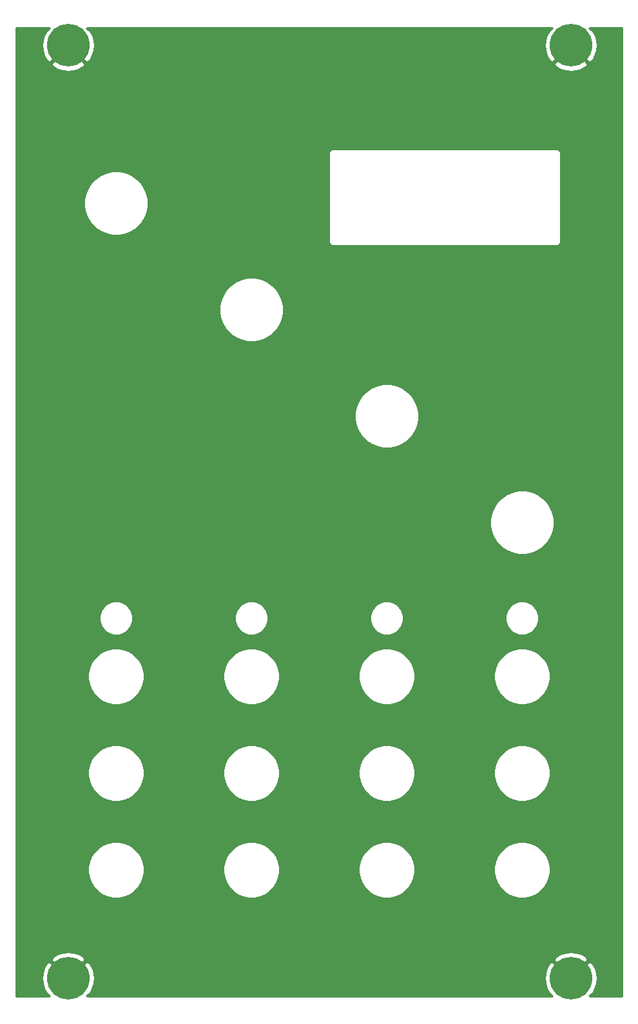
<source format=gbr>
G04 #@! TF.GenerationSoftware,KiCad,Pcbnew,5.1.6-c6e7f7d~87~ubuntu18.04.1*
G04 #@! TF.CreationDate,2020-08-19T11:01:40-04:00*
G04 #@! TF.ProjectId,qual_ADSR_front_panel,7175616c-5f41-4445-9352-5f66726f6e74,0*
G04 #@! TF.SameCoordinates,Original*
G04 #@! TF.FileFunction,Copper,L2,Bot*
G04 #@! TF.FilePolarity,Positive*
%FSLAX46Y46*%
G04 Gerber Fmt 4.6, Leading zero omitted, Abs format (unit mm)*
G04 Created by KiCad (PCBNEW 5.1.6-c6e7f7d~87~ubuntu18.04.1) date 2020-08-19 11:01:40*
%MOMM*%
%LPD*%
G01*
G04 APERTURE LIST*
G04 #@! TA.AperFunction,ComponentPad*
%ADD10C,5.600000*%
G04 #@! TD*
G04 #@! TA.AperFunction,Conductor*
%ADD11C,0.254000*%
G04 #@! TD*
G04 APERTURE END LIST*
D10*
X73540000Y-125500000D03*
X73540000Y-3000000D03*
X7500000Y-125500000D03*
X7500000Y-3000000D03*
D11*
G36*
X5083517Y-763125D02*
G01*
X4634823Y-1075308D01*
X4314388Y-1671259D01*
X4116374Y-2318273D01*
X4048390Y-2991484D01*
X4113051Y-3665023D01*
X4307870Y-4313006D01*
X4625361Y-4910530D01*
X4634823Y-4924692D01*
X5083519Y-5236876D01*
X7320395Y-3000000D01*
X7306253Y-2985858D01*
X7485858Y-2806253D01*
X7500000Y-2820395D01*
X7514143Y-2806253D01*
X7693748Y-2985858D01*
X7679605Y-3000000D01*
X9916481Y-5236876D01*
X10365177Y-4924692D01*
X10685612Y-4328741D01*
X10883626Y-3681727D01*
X10951610Y-3008516D01*
X10886949Y-2334977D01*
X10692130Y-1686994D01*
X10374639Y-1089470D01*
X10365177Y-1075308D01*
X9916483Y-763125D01*
X10019608Y-660000D01*
X71020392Y-660000D01*
X71123517Y-763125D01*
X70674823Y-1075308D01*
X70354388Y-1671259D01*
X70156374Y-2318273D01*
X70088390Y-2991484D01*
X70153051Y-3665023D01*
X70347870Y-4313006D01*
X70665361Y-4910530D01*
X70674823Y-4924692D01*
X71123519Y-5236876D01*
X73360395Y-3000000D01*
X73346253Y-2985858D01*
X73525858Y-2806253D01*
X73540000Y-2820395D01*
X73554143Y-2806253D01*
X73733748Y-2985858D01*
X73719605Y-3000000D01*
X75956481Y-5236876D01*
X76405177Y-4924692D01*
X76725612Y-4328741D01*
X76923626Y-3681727D01*
X76991610Y-3008516D01*
X76926949Y-2334977D01*
X76732130Y-1686994D01*
X76414639Y-1089470D01*
X76405177Y-1075308D01*
X75956483Y-763125D01*
X76059608Y-660000D01*
X80240000Y-660000D01*
X80240001Y-127840000D01*
X76059608Y-127840000D01*
X75956483Y-127736875D01*
X76405177Y-127424692D01*
X76725612Y-126828741D01*
X76923626Y-126181727D01*
X76991610Y-125508516D01*
X76926949Y-124834977D01*
X76732130Y-124186994D01*
X76414639Y-123589470D01*
X76405177Y-123575308D01*
X75956481Y-123263124D01*
X73719605Y-125500000D01*
X73733748Y-125514143D01*
X73554143Y-125693748D01*
X73540000Y-125679605D01*
X73525858Y-125693748D01*
X73346253Y-125514143D01*
X73360395Y-125500000D01*
X71123519Y-123263124D01*
X70674823Y-123575308D01*
X70354388Y-124171259D01*
X70156374Y-124818273D01*
X70088390Y-125491484D01*
X70153051Y-126165023D01*
X70347870Y-126813006D01*
X70665361Y-127410530D01*
X70674823Y-127424692D01*
X71123517Y-127736875D01*
X71020392Y-127840000D01*
X10019608Y-127840000D01*
X9916483Y-127736875D01*
X10365177Y-127424692D01*
X10685612Y-126828741D01*
X10883626Y-126181727D01*
X10951610Y-125508516D01*
X10886949Y-124834977D01*
X10692130Y-124186994D01*
X10374639Y-123589470D01*
X10365177Y-123575308D01*
X9916481Y-123263124D01*
X7679605Y-125500000D01*
X7693748Y-125514143D01*
X7514143Y-125693748D01*
X7500000Y-125679605D01*
X7485858Y-125693748D01*
X7306253Y-125514143D01*
X7320395Y-125500000D01*
X5083519Y-123263124D01*
X4634823Y-123575308D01*
X4314388Y-124171259D01*
X4116374Y-124818273D01*
X4048390Y-125491484D01*
X4113051Y-126165023D01*
X4307870Y-126813006D01*
X4625361Y-127410530D01*
X4634823Y-127424692D01*
X5083517Y-127736875D01*
X4980392Y-127840000D01*
X660000Y-127840000D01*
X660000Y-123083519D01*
X5263124Y-123083519D01*
X7500000Y-125320395D01*
X9736876Y-123083519D01*
X71303124Y-123083519D01*
X73540000Y-125320395D01*
X75776876Y-123083519D01*
X75464692Y-122634823D01*
X74868741Y-122314388D01*
X74221727Y-122116374D01*
X73548516Y-122048390D01*
X72874977Y-122113051D01*
X72226994Y-122307870D01*
X71629470Y-122625361D01*
X71615308Y-122634823D01*
X71303124Y-123083519D01*
X9736876Y-123083519D01*
X9424692Y-122634823D01*
X8828741Y-122314388D01*
X8181727Y-122116374D01*
X7508516Y-122048390D01*
X6834977Y-122113051D01*
X6186994Y-122307870D01*
X5589470Y-122625361D01*
X5575308Y-122634823D01*
X5263124Y-123083519D01*
X660000Y-123083519D01*
X660000Y-110874396D01*
X10067961Y-110874396D01*
X10067961Y-111605604D01*
X10210613Y-112322762D01*
X10490434Y-112998310D01*
X10896671Y-113606287D01*
X11413713Y-114123329D01*
X12021690Y-114529566D01*
X12697238Y-114809387D01*
X13414396Y-114952039D01*
X14145604Y-114952039D01*
X14862762Y-114809387D01*
X15538310Y-114529566D01*
X16146287Y-114123329D01*
X16663329Y-113606287D01*
X17069566Y-112998310D01*
X17349387Y-112322762D01*
X17492039Y-111605604D01*
X17492039Y-110874396D01*
X27847961Y-110874396D01*
X27847961Y-111605604D01*
X27990613Y-112322762D01*
X28270434Y-112998310D01*
X28676671Y-113606287D01*
X29193713Y-114123329D01*
X29801690Y-114529566D01*
X30477238Y-114809387D01*
X31194396Y-114952039D01*
X31925604Y-114952039D01*
X32642762Y-114809387D01*
X33318310Y-114529566D01*
X33926287Y-114123329D01*
X34443329Y-113606287D01*
X34849566Y-112998310D01*
X35129387Y-112322762D01*
X35272039Y-111605604D01*
X35272039Y-110874396D01*
X45627961Y-110874396D01*
X45627961Y-111605604D01*
X45770613Y-112322762D01*
X46050434Y-112998310D01*
X46456671Y-113606287D01*
X46973713Y-114123329D01*
X47581690Y-114529566D01*
X48257238Y-114809387D01*
X48974396Y-114952039D01*
X49705604Y-114952039D01*
X50422762Y-114809387D01*
X51098310Y-114529566D01*
X51706287Y-114123329D01*
X52223329Y-113606287D01*
X52629566Y-112998310D01*
X52909387Y-112322762D01*
X53052039Y-111605604D01*
X53052039Y-110874396D01*
X63407961Y-110874396D01*
X63407961Y-111605604D01*
X63550613Y-112322762D01*
X63830434Y-112998310D01*
X64236671Y-113606287D01*
X64753713Y-114123329D01*
X65361690Y-114529566D01*
X66037238Y-114809387D01*
X66754396Y-114952039D01*
X67485604Y-114952039D01*
X68202762Y-114809387D01*
X68878310Y-114529566D01*
X69486287Y-114123329D01*
X70003329Y-113606287D01*
X70409566Y-112998310D01*
X70689387Y-112322762D01*
X70832039Y-111605604D01*
X70832039Y-110874396D01*
X70689387Y-110157238D01*
X70409566Y-109481690D01*
X70003329Y-108873713D01*
X69486287Y-108356671D01*
X68878310Y-107950434D01*
X68202762Y-107670613D01*
X67485604Y-107527961D01*
X66754396Y-107527961D01*
X66037238Y-107670613D01*
X65361690Y-107950434D01*
X64753713Y-108356671D01*
X64236671Y-108873713D01*
X63830434Y-109481690D01*
X63550613Y-110157238D01*
X63407961Y-110874396D01*
X53052039Y-110874396D01*
X52909387Y-110157238D01*
X52629566Y-109481690D01*
X52223329Y-108873713D01*
X51706287Y-108356671D01*
X51098310Y-107950434D01*
X50422762Y-107670613D01*
X49705604Y-107527961D01*
X48974396Y-107527961D01*
X48257238Y-107670613D01*
X47581690Y-107950434D01*
X46973713Y-108356671D01*
X46456671Y-108873713D01*
X46050434Y-109481690D01*
X45770613Y-110157238D01*
X45627961Y-110874396D01*
X35272039Y-110874396D01*
X35129387Y-110157238D01*
X34849566Y-109481690D01*
X34443329Y-108873713D01*
X33926287Y-108356671D01*
X33318310Y-107950434D01*
X32642762Y-107670613D01*
X31925604Y-107527961D01*
X31194396Y-107527961D01*
X30477238Y-107670613D01*
X29801690Y-107950434D01*
X29193713Y-108356671D01*
X28676671Y-108873713D01*
X28270434Y-109481690D01*
X27990613Y-110157238D01*
X27847961Y-110874396D01*
X17492039Y-110874396D01*
X17349387Y-110157238D01*
X17069566Y-109481690D01*
X16663329Y-108873713D01*
X16146287Y-108356671D01*
X15538310Y-107950434D01*
X14862762Y-107670613D01*
X14145604Y-107527961D01*
X13414396Y-107527961D01*
X12697238Y-107670613D01*
X12021690Y-107950434D01*
X11413713Y-108356671D01*
X10896671Y-108873713D01*
X10490434Y-109481690D01*
X10210613Y-110157238D01*
X10067961Y-110874396D01*
X660000Y-110874396D01*
X660000Y-98174396D01*
X10067961Y-98174396D01*
X10067961Y-98905604D01*
X10210613Y-99622762D01*
X10490434Y-100298310D01*
X10896671Y-100906287D01*
X11413713Y-101423329D01*
X12021690Y-101829566D01*
X12697238Y-102109387D01*
X13414396Y-102252039D01*
X14145604Y-102252039D01*
X14862762Y-102109387D01*
X15538310Y-101829566D01*
X16146287Y-101423329D01*
X16663329Y-100906287D01*
X17069566Y-100298310D01*
X17349387Y-99622762D01*
X17492039Y-98905604D01*
X17492039Y-98174396D01*
X27847961Y-98174396D01*
X27847961Y-98905604D01*
X27990613Y-99622762D01*
X28270434Y-100298310D01*
X28676671Y-100906287D01*
X29193713Y-101423329D01*
X29801690Y-101829566D01*
X30477238Y-102109387D01*
X31194396Y-102252039D01*
X31925604Y-102252039D01*
X32642762Y-102109387D01*
X33318310Y-101829566D01*
X33926287Y-101423329D01*
X34443329Y-100906287D01*
X34849566Y-100298310D01*
X35129387Y-99622762D01*
X35272039Y-98905604D01*
X35272039Y-98174396D01*
X45627961Y-98174396D01*
X45627961Y-98905604D01*
X45770613Y-99622762D01*
X46050434Y-100298310D01*
X46456671Y-100906287D01*
X46973713Y-101423329D01*
X47581690Y-101829566D01*
X48257238Y-102109387D01*
X48974396Y-102252039D01*
X49705604Y-102252039D01*
X50422762Y-102109387D01*
X51098310Y-101829566D01*
X51706287Y-101423329D01*
X52223329Y-100906287D01*
X52629566Y-100298310D01*
X52909387Y-99622762D01*
X53052039Y-98905604D01*
X53052039Y-98174396D01*
X63407961Y-98174396D01*
X63407961Y-98905604D01*
X63550613Y-99622762D01*
X63830434Y-100298310D01*
X64236671Y-100906287D01*
X64753713Y-101423329D01*
X65361690Y-101829566D01*
X66037238Y-102109387D01*
X66754396Y-102252039D01*
X67485604Y-102252039D01*
X68202762Y-102109387D01*
X68878310Y-101829566D01*
X69486287Y-101423329D01*
X70003329Y-100906287D01*
X70409566Y-100298310D01*
X70689387Y-99622762D01*
X70832039Y-98905604D01*
X70832039Y-98174396D01*
X70689387Y-97457238D01*
X70409566Y-96781690D01*
X70003329Y-96173713D01*
X69486287Y-95656671D01*
X68878310Y-95250434D01*
X68202762Y-94970613D01*
X67485604Y-94827961D01*
X66754396Y-94827961D01*
X66037238Y-94970613D01*
X65361690Y-95250434D01*
X64753713Y-95656671D01*
X64236671Y-96173713D01*
X63830434Y-96781690D01*
X63550613Y-97457238D01*
X63407961Y-98174396D01*
X53052039Y-98174396D01*
X52909387Y-97457238D01*
X52629566Y-96781690D01*
X52223329Y-96173713D01*
X51706287Y-95656671D01*
X51098310Y-95250434D01*
X50422762Y-94970613D01*
X49705604Y-94827961D01*
X48974396Y-94827961D01*
X48257238Y-94970613D01*
X47581690Y-95250434D01*
X46973713Y-95656671D01*
X46456671Y-96173713D01*
X46050434Y-96781690D01*
X45770613Y-97457238D01*
X45627961Y-98174396D01*
X35272039Y-98174396D01*
X35129387Y-97457238D01*
X34849566Y-96781690D01*
X34443329Y-96173713D01*
X33926287Y-95656671D01*
X33318310Y-95250434D01*
X32642762Y-94970613D01*
X31925604Y-94827961D01*
X31194396Y-94827961D01*
X30477238Y-94970613D01*
X29801690Y-95250434D01*
X29193713Y-95656671D01*
X28676671Y-96173713D01*
X28270434Y-96781690D01*
X27990613Y-97457238D01*
X27847961Y-98174396D01*
X17492039Y-98174396D01*
X17349387Y-97457238D01*
X17069566Y-96781690D01*
X16663329Y-96173713D01*
X16146287Y-95656671D01*
X15538310Y-95250434D01*
X14862762Y-94970613D01*
X14145604Y-94827961D01*
X13414396Y-94827961D01*
X12697238Y-94970613D01*
X12021690Y-95250434D01*
X11413713Y-95656671D01*
X10896671Y-96173713D01*
X10490434Y-96781690D01*
X10210613Y-97457238D01*
X10067961Y-98174396D01*
X660000Y-98174396D01*
X660000Y-85474396D01*
X10067961Y-85474396D01*
X10067961Y-86205604D01*
X10210613Y-86922762D01*
X10490434Y-87598310D01*
X10896671Y-88206287D01*
X11413713Y-88723329D01*
X12021690Y-89129566D01*
X12697238Y-89409387D01*
X13414396Y-89552039D01*
X14145604Y-89552039D01*
X14862762Y-89409387D01*
X15538310Y-89129566D01*
X16146287Y-88723329D01*
X16663329Y-88206287D01*
X17069566Y-87598310D01*
X17349387Y-86922762D01*
X17492039Y-86205604D01*
X17492039Y-85474396D01*
X27847961Y-85474396D01*
X27847961Y-86205604D01*
X27990613Y-86922762D01*
X28270434Y-87598310D01*
X28676671Y-88206287D01*
X29193713Y-88723329D01*
X29801690Y-89129566D01*
X30477238Y-89409387D01*
X31194396Y-89552039D01*
X31925604Y-89552039D01*
X32642762Y-89409387D01*
X33318310Y-89129566D01*
X33926287Y-88723329D01*
X34443329Y-88206287D01*
X34849566Y-87598310D01*
X35129387Y-86922762D01*
X35272039Y-86205604D01*
X35272039Y-85474396D01*
X45627961Y-85474396D01*
X45627961Y-86205604D01*
X45770613Y-86922762D01*
X46050434Y-87598310D01*
X46456671Y-88206287D01*
X46973713Y-88723329D01*
X47581690Y-89129566D01*
X48257238Y-89409387D01*
X48974396Y-89552039D01*
X49705604Y-89552039D01*
X50422762Y-89409387D01*
X51098310Y-89129566D01*
X51706287Y-88723329D01*
X52223329Y-88206287D01*
X52629566Y-87598310D01*
X52909387Y-86922762D01*
X53052039Y-86205604D01*
X53052039Y-85474396D01*
X63407961Y-85474396D01*
X63407961Y-86205604D01*
X63550613Y-86922762D01*
X63830434Y-87598310D01*
X64236671Y-88206287D01*
X64753713Y-88723329D01*
X65361690Y-89129566D01*
X66037238Y-89409387D01*
X66754396Y-89552039D01*
X67485604Y-89552039D01*
X68202762Y-89409387D01*
X68878310Y-89129566D01*
X69486287Y-88723329D01*
X70003329Y-88206287D01*
X70409566Y-87598310D01*
X70689387Y-86922762D01*
X70832039Y-86205604D01*
X70832039Y-85474396D01*
X70689387Y-84757238D01*
X70409566Y-84081690D01*
X70003329Y-83473713D01*
X69486287Y-82956671D01*
X68878310Y-82550434D01*
X68202762Y-82270613D01*
X67485604Y-82127961D01*
X66754396Y-82127961D01*
X66037238Y-82270613D01*
X65361690Y-82550434D01*
X64753713Y-82956671D01*
X64236671Y-83473713D01*
X63830434Y-84081690D01*
X63550613Y-84757238D01*
X63407961Y-85474396D01*
X53052039Y-85474396D01*
X52909387Y-84757238D01*
X52629566Y-84081690D01*
X52223329Y-83473713D01*
X51706287Y-82956671D01*
X51098310Y-82550434D01*
X50422762Y-82270613D01*
X49705604Y-82127961D01*
X48974396Y-82127961D01*
X48257238Y-82270613D01*
X47581690Y-82550434D01*
X46973713Y-82956671D01*
X46456671Y-83473713D01*
X46050434Y-84081690D01*
X45770613Y-84757238D01*
X45627961Y-85474396D01*
X35272039Y-85474396D01*
X35129387Y-84757238D01*
X34849566Y-84081690D01*
X34443329Y-83473713D01*
X33926287Y-82956671D01*
X33318310Y-82550434D01*
X32642762Y-82270613D01*
X31925604Y-82127961D01*
X31194396Y-82127961D01*
X30477238Y-82270613D01*
X29801690Y-82550434D01*
X29193713Y-82956671D01*
X28676671Y-83473713D01*
X28270434Y-84081690D01*
X27990613Y-84757238D01*
X27847961Y-85474396D01*
X17492039Y-85474396D01*
X17349387Y-84757238D01*
X17069566Y-84081690D01*
X16663329Y-83473713D01*
X16146287Y-82956671D01*
X15538310Y-82550434D01*
X14862762Y-82270613D01*
X14145604Y-82127961D01*
X13414396Y-82127961D01*
X12697238Y-82270613D01*
X12021690Y-82550434D01*
X11413713Y-82956671D01*
X10896671Y-83473713D01*
X10490434Y-84081690D01*
X10210613Y-84757238D01*
X10067961Y-85474396D01*
X660000Y-85474396D01*
X660000Y-78001422D01*
X11560738Y-78001422D01*
X11560738Y-78438578D01*
X11646023Y-78867335D01*
X11813316Y-79271215D01*
X12056187Y-79634697D01*
X12365303Y-79943813D01*
X12728785Y-80186684D01*
X13132665Y-80353977D01*
X13561422Y-80439262D01*
X13998578Y-80439262D01*
X14427335Y-80353977D01*
X14831215Y-80186684D01*
X15194697Y-79943813D01*
X15503813Y-79634697D01*
X15746684Y-79271215D01*
X15913977Y-78867335D01*
X15999262Y-78438578D01*
X15999262Y-78001422D01*
X29340738Y-78001422D01*
X29340738Y-78438578D01*
X29426023Y-78867335D01*
X29593316Y-79271215D01*
X29836187Y-79634697D01*
X30145303Y-79943813D01*
X30508785Y-80186684D01*
X30912665Y-80353977D01*
X31341422Y-80439262D01*
X31778578Y-80439262D01*
X32207335Y-80353977D01*
X32611215Y-80186684D01*
X32974697Y-79943813D01*
X33283813Y-79634697D01*
X33526684Y-79271215D01*
X33693977Y-78867335D01*
X33779262Y-78438578D01*
X33779262Y-78001422D01*
X47120738Y-78001422D01*
X47120738Y-78438578D01*
X47206023Y-78867335D01*
X47373316Y-79271215D01*
X47616187Y-79634697D01*
X47925303Y-79943813D01*
X48288785Y-80186684D01*
X48692665Y-80353977D01*
X49121422Y-80439262D01*
X49558578Y-80439262D01*
X49987335Y-80353977D01*
X50391215Y-80186684D01*
X50754697Y-79943813D01*
X51063813Y-79634697D01*
X51306684Y-79271215D01*
X51473977Y-78867335D01*
X51559262Y-78438578D01*
X51559262Y-78001422D01*
X64900738Y-78001422D01*
X64900738Y-78438578D01*
X64986023Y-78867335D01*
X65153316Y-79271215D01*
X65396187Y-79634697D01*
X65705303Y-79943813D01*
X66068785Y-80186684D01*
X66472665Y-80353977D01*
X66901422Y-80439262D01*
X67338578Y-80439262D01*
X67767335Y-80353977D01*
X68171215Y-80186684D01*
X68534697Y-79943813D01*
X68843813Y-79634697D01*
X69086684Y-79271215D01*
X69253977Y-78867335D01*
X69339262Y-78438578D01*
X69339262Y-78001422D01*
X69253977Y-77572665D01*
X69086684Y-77168785D01*
X68843813Y-76805303D01*
X68534697Y-76496187D01*
X68171215Y-76253316D01*
X67767335Y-76086023D01*
X67338578Y-76000738D01*
X66901422Y-76000738D01*
X66472665Y-76086023D01*
X66068785Y-76253316D01*
X65705303Y-76496187D01*
X65396187Y-76805303D01*
X65153316Y-77168785D01*
X64986023Y-77572665D01*
X64900738Y-78001422D01*
X51559262Y-78001422D01*
X51473977Y-77572665D01*
X51306684Y-77168785D01*
X51063813Y-76805303D01*
X50754697Y-76496187D01*
X50391215Y-76253316D01*
X49987335Y-76086023D01*
X49558578Y-76000738D01*
X49121422Y-76000738D01*
X48692665Y-76086023D01*
X48288785Y-76253316D01*
X47925303Y-76496187D01*
X47616187Y-76805303D01*
X47373316Y-77168785D01*
X47206023Y-77572665D01*
X47120738Y-78001422D01*
X33779262Y-78001422D01*
X33693977Y-77572665D01*
X33526684Y-77168785D01*
X33283813Y-76805303D01*
X32974697Y-76496187D01*
X32611215Y-76253316D01*
X32207335Y-76086023D01*
X31778578Y-76000738D01*
X31341422Y-76000738D01*
X30912665Y-76086023D01*
X30508785Y-76253316D01*
X30145303Y-76496187D01*
X29836187Y-76805303D01*
X29593316Y-77168785D01*
X29426023Y-77572665D01*
X29340738Y-78001422D01*
X15999262Y-78001422D01*
X15913977Y-77572665D01*
X15746684Y-77168785D01*
X15503813Y-76805303D01*
X15194697Y-76496187D01*
X14831215Y-76253316D01*
X14427335Y-76086023D01*
X13998578Y-76000738D01*
X13561422Y-76000738D01*
X13132665Y-76086023D01*
X12728785Y-76253316D01*
X12365303Y-76496187D01*
X12056187Y-76805303D01*
X11813316Y-77168785D01*
X11646023Y-77572665D01*
X11560738Y-78001422D01*
X660000Y-78001422D01*
X660000Y-65232387D01*
X62910369Y-65232387D01*
X62910369Y-66061613D01*
X63072142Y-66874904D01*
X63389473Y-67641008D01*
X63850166Y-68330484D01*
X64436516Y-68916834D01*
X65125992Y-69377527D01*
X65892096Y-69694858D01*
X66705387Y-69856631D01*
X67534613Y-69856631D01*
X68347904Y-69694858D01*
X69114008Y-69377527D01*
X69803484Y-68916834D01*
X70389834Y-68330484D01*
X70850527Y-67641008D01*
X71167858Y-66874904D01*
X71329631Y-66061613D01*
X71329631Y-65232387D01*
X71167858Y-64419096D01*
X70850527Y-63652992D01*
X70389834Y-62963516D01*
X69803484Y-62377166D01*
X69114008Y-61916473D01*
X68347904Y-61599142D01*
X67534613Y-61437369D01*
X66705387Y-61437369D01*
X65892096Y-61599142D01*
X65125992Y-61916473D01*
X64436516Y-62377166D01*
X63850166Y-62963516D01*
X63389473Y-63652992D01*
X63072142Y-64419096D01*
X62910369Y-65232387D01*
X660000Y-65232387D01*
X660000Y-51262387D01*
X45130369Y-51262387D01*
X45130369Y-52091613D01*
X45292142Y-52904904D01*
X45609473Y-53671008D01*
X46070166Y-54360484D01*
X46656516Y-54946834D01*
X47345992Y-55407527D01*
X48112096Y-55724858D01*
X48925387Y-55886631D01*
X49754613Y-55886631D01*
X50567904Y-55724858D01*
X51334008Y-55407527D01*
X52023484Y-54946834D01*
X52609834Y-54360484D01*
X53070527Y-53671008D01*
X53387858Y-52904904D01*
X53549631Y-52091613D01*
X53549631Y-51262387D01*
X53387858Y-50449096D01*
X53070527Y-49682992D01*
X52609834Y-48993516D01*
X52023484Y-48407166D01*
X51334008Y-47946473D01*
X50567904Y-47629142D01*
X49754613Y-47467369D01*
X48925387Y-47467369D01*
X48112096Y-47629142D01*
X47345992Y-47946473D01*
X46656516Y-48407166D01*
X46070166Y-48993516D01*
X45609473Y-49682992D01*
X45292142Y-50449096D01*
X45130369Y-51262387D01*
X660000Y-51262387D01*
X660000Y-37292387D01*
X27350369Y-37292387D01*
X27350369Y-38121613D01*
X27512142Y-38934904D01*
X27829473Y-39701008D01*
X28290166Y-40390484D01*
X28876516Y-40976834D01*
X29565992Y-41437527D01*
X30332096Y-41754858D01*
X31145387Y-41916631D01*
X31974613Y-41916631D01*
X32787904Y-41754858D01*
X33554008Y-41437527D01*
X34243484Y-40976834D01*
X34829834Y-40390484D01*
X35290527Y-39701008D01*
X35607858Y-38934904D01*
X35769631Y-38121613D01*
X35769631Y-37292387D01*
X35607858Y-36479096D01*
X35290527Y-35712992D01*
X34829834Y-35023516D01*
X34243484Y-34437166D01*
X33554008Y-33976473D01*
X32787904Y-33659142D01*
X31974613Y-33497369D01*
X31145387Y-33497369D01*
X30332096Y-33659142D01*
X29565992Y-33976473D01*
X28876516Y-34437166D01*
X28290166Y-35023516D01*
X27829473Y-35712992D01*
X27512142Y-36479096D01*
X27350369Y-37292387D01*
X660000Y-37292387D01*
X660000Y-23322387D01*
X9570369Y-23322387D01*
X9570369Y-24151613D01*
X9732142Y-24964904D01*
X10049473Y-25731008D01*
X10510166Y-26420484D01*
X11096516Y-27006834D01*
X11785992Y-27467527D01*
X12552096Y-27784858D01*
X13365387Y-27946631D01*
X14194613Y-27946631D01*
X15007904Y-27784858D01*
X15774008Y-27467527D01*
X16463484Y-27006834D01*
X17049834Y-26420484D01*
X17510527Y-25731008D01*
X17827858Y-24964904D01*
X17989631Y-24151613D01*
X17989631Y-23322387D01*
X17827858Y-22509096D01*
X17510527Y-21742992D01*
X17049834Y-21053516D01*
X16463484Y-20467166D01*
X15774008Y-20006473D01*
X15007904Y-19689142D01*
X14194613Y-19527369D01*
X13365387Y-19527369D01*
X12552096Y-19689142D01*
X11785992Y-20006473D01*
X11096516Y-20467166D01*
X10510166Y-21053516D01*
X10049473Y-21742992D01*
X9732142Y-22509096D01*
X9570369Y-23322387D01*
X660000Y-23322387D01*
X660000Y-17260000D01*
X41691807Y-17260000D01*
X41695000Y-17292419D01*
X41695001Y-28657571D01*
X41691807Y-28690000D01*
X41704550Y-28819383D01*
X41742290Y-28943793D01*
X41803575Y-29058450D01*
X41886052Y-29158948D01*
X41986550Y-29241425D01*
X42101207Y-29302710D01*
X42225617Y-29340450D01*
X42322581Y-29350000D01*
X42355000Y-29353193D01*
X42387419Y-29350000D01*
X71532581Y-29350000D01*
X71565000Y-29353193D01*
X71597419Y-29350000D01*
X71694383Y-29340450D01*
X71818793Y-29302710D01*
X71933450Y-29241425D01*
X72033948Y-29158948D01*
X72116425Y-29058450D01*
X72177710Y-28943793D01*
X72215450Y-28819383D01*
X72228193Y-28690000D01*
X72225000Y-28657581D01*
X72225000Y-17292419D01*
X72228193Y-17260000D01*
X72215450Y-17130617D01*
X72177710Y-17006207D01*
X72116425Y-16891550D01*
X72033948Y-16791052D01*
X71933450Y-16708575D01*
X71818793Y-16647290D01*
X71694383Y-16609550D01*
X71597419Y-16600000D01*
X71565000Y-16596807D01*
X71532581Y-16600000D01*
X42387419Y-16600000D01*
X42355000Y-16596807D01*
X42322581Y-16600000D01*
X42225617Y-16609550D01*
X42101207Y-16647290D01*
X41986550Y-16708575D01*
X41886052Y-16791052D01*
X41803575Y-16891550D01*
X41742290Y-17006207D01*
X41704550Y-17130617D01*
X41691807Y-17260000D01*
X660000Y-17260000D01*
X660000Y-5416481D01*
X5263124Y-5416481D01*
X5575308Y-5865177D01*
X6171259Y-6185612D01*
X6818273Y-6383626D01*
X7491484Y-6451610D01*
X8165023Y-6386949D01*
X8813006Y-6192130D01*
X9410530Y-5874639D01*
X9424692Y-5865177D01*
X9736876Y-5416481D01*
X71303124Y-5416481D01*
X71615308Y-5865177D01*
X72211259Y-6185612D01*
X72858273Y-6383626D01*
X73531484Y-6451610D01*
X74205023Y-6386949D01*
X74853006Y-6192130D01*
X75450530Y-5874639D01*
X75464692Y-5865177D01*
X75776876Y-5416481D01*
X73540000Y-3179605D01*
X71303124Y-5416481D01*
X9736876Y-5416481D01*
X7500000Y-3179605D01*
X5263124Y-5416481D01*
X660000Y-5416481D01*
X660000Y-660000D01*
X4980392Y-660000D01*
X5083517Y-763125D01*
G37*
X5083517Y-763125D02*
X4634823Y-1075308D01*
X4314388Y-1671259D01*
X4116374Y-2318273D01*
X4048390Y-2991484D01*
X4113051Y-3665023D01*
X4307870Y-4313006D01*
X4625361Y-4910530D01*
X4634823Y-4924692D01*
X5083519Y-5236876D01*
X7320395Y-3000000D01*
X7306253Y-2985858D01*
X7485858Y-2806253D01*
X7500000Y-2820395D01*
X7514143Y-2806253D01*
X7693748Y-2985858D01*
X7679605Y-3000000D01*
X9916481Y-5236876D01*
X10365177Y-4924692D01*
X10685612Y-4328741D01*
X10883626Y-3681727D01*
X10951610Y-3008516D01*
X10886949Y-2334977D01*
X10692130Y-1686994D01*
X10374639Y-1089470D01*
X10365177Y-1075308D01*
X9916483Y-763125D01*
X10019608Y-660000D01*
X71020392Y-660000D01*
X71123517Y-763125D01*
X70674823Y-1075308D01*
X70354388Y-1671259D01*
X70156374Y-2318273D01*
X70088390Y-2991484D01*
X70153051Y-3665023D01*
X70347870Y-4313006D01*
X70665361Y-4910530D01*
X70674823Y-4924692D01*
X71123519Y-5236876D01*
X73360395Y-3000000D01*
X73346253Y-2985858D01*
X73525858Y-2806253D01*
X73540000Y-2820395D01*
X73554143Y-2806253D01*
X73733748Y-2985858D01*
X73719605Y-3000000D01*
X75956481Y-5236876D01*
X76405177Y-4924692D01*
X76725612Y-4328741D01*
X76923626Y-3681727D01*
X76991610Y-3008516D01*
X76926949Y-2334977D01*
X76732130Y-1686994D01*
X76414639Y-1089470D01*
X76405177Y-1075308D01*
X75956483Y-763125D01*
X76059608Y-660000D01*
X80240000Y-660000D01*
X80240001Y-127840000D01*
X76059608Y-127840000D01*
X75956483Y-127736875D01*
X76405177Y-127424692D01*
X76725612Y-126828741D01*
X76923626Y-126181727D01*
X76991610Y-125508516D01*
X76926949Y-124834977D01*
X76732130Y-124186994D01*
X76414639Y-123589470D01*
X76405177Y-123575308D01*
X75956481Y-123263124D01*
X73719605Y-125500000D01*
X73733748Y-125514143D01*
X73554143Y-125693748D01*
X73540000Y-125679605D01*
X73525858Y-125693748D01*
X73346253Y-125514143D01*
X73360395Y-125500000D01*
X71123519Y-123263124D01*
X70674823Y-123575308D01*
X70354388Y-124171259D01*
X70156374Y-124818273D01*
X70088390Y-125491484D01*
X70153051Y-126165023D01*
X70347870Y-126813006D01*
X70665361Y-127410530D01*
X70674823Y-127424692D01*
X71123517Y-127736875D01*
X71020392Y-127840000D01*
X10019608Y-127840000D01*
X9916483Y-127736875D01*
X10365177Y-127424692D01*
X10685612Y-126828741D01*
X10883626Y-126181727D01*
X10951610Y-125508516D01*
X10886949Y-124834977D01*
X10692130Y-124186994D01*
X10374639Y-123589470D01*
X10365177Y-123575308D01*
X9916481Y-123263124D01*
X7679605Y-125500000D01*
X7693748Y-125514143D01*
X7514143Y-125693748D01*
X7500000Y-125679605D01*
X7485858Y-125693748D01*
X7306253Y-125514143D01*
X7320395Y-125500000D01*
X5083519Y-123263124D01*
X4634823Y-123575308D01*
X4314388Y-124171259D01*
X4116374Y-124818273D01*
X4048390Y-125491484D01*
X4113051Y-126165023D01*
X4307870Y-126813006D01*
X4625361Y-127410530D01*
X4634823Y-127424692D01*
X5083517Y-127736875D01*
X4980392Y-127840000D01*
X660000Y-127840000D01*
X660000Y-123083519D01*
X5263124Y-123083519D01*
X7500000Y-125320395D01*
X9736876Y-123083519D01*
X71303124Y-123083519D01*
X73540000Y-125320395D01*
X75776876Y-123083519D01*
X75464692Y-122634823D01*
X74868741Y-122314388D01*
X74221727Y-122116374D01*
X73548516Y-122048390D01*
X72874977Y-122113051D01*
X72226994Y-122307870D01*
X71629470Y-122625361D01*
X71615308Y-122634823D01*
X71303124Y-123083519D01*
X9736876Y-123083519D01*
X9424692Y-122634823D01*
X8828741Y-122314388D01*
X8181727Y-122116374D01*
X7508516Y-122048390D01*
X6834977Y-122113051D01*
X6186994Y-122307870D01*
X5589470Y-122625361D01*
X5575308Y-122634823D01*
X5263124Y-123083519D01*
X660000Y-123083519D01*
X660000Y-110874396D01*
X10067961Y-110874396D01*
X10067961Y-111605604D01*
X10210613Y-112322762D01*
X10490434Y-112998310D01*
X10896671Y-113606287D01*
X11413713Y-114123329D01*
X12021690Y-114529566D01*
X12697238Y-114809387D01*
X13414396Y-114952039D01*
X14145604Y-114952039D01*
X14862762Y-114809387D01*
X15538310Y-114529566D01*
X16146287Y-114123329D01*
X16663329Y-113606287D01*
X17069566Y-112998310D01*
X17349387Y-112322762D01*
X17492039Y-111605604D01*
X17492039Y-110874396D01*
X27847961Y-110874396D01*
X27847961Y-111605604D01*
X27990613Y-112322762D01*
X28270434Y-112998310D01*
X28676671Y-113606287D01*
X29193713Y-114123329D01*
X29801690Y-114529566D01*
X30477238Y-114809387D01*
X31194396Y-114952039D01*
X31925604Y-114952039D01*
X32642762Y-114809387D01*
X33318310Y-114529566D01*
X33926287Y-114123329D01*
X34443329Y-113606287D01*
X34849566Y-112998310D01*
X35129387Y-112322762D01*
X35272039Y-111605604D01*
X35272039Y-110874396D01*
X45627961Y-110874396D01*
X45627961Y-111605604D01*
X45770613Y-112322762D01*
X46050434Y-112998310D01*
X46456671Y-113606287D01*
X46973713Y-114123329D01*
X47581690Y-114529566D01*
X48257238Y-114809387D01*
X48974396Y-114952039D01*
X49705604Y-114952039D01*
X50422762Y-114809387D01*
X51098310Y-114529566D01*
X51706287Y-114123329D01*
X52223329Y-113606287D01*
X52629566Y-112998310D01*
X52909387Y-112322762D01*
X53052039Y-111605604D01*
X53052039Y-110874396D01*
X63407961Y-110874396D01*
X63407961Y-111605604D01*
X63550613Y-112322762D01*
X63830434Y-112998310D01*
X64236671Y-113606287D01*
X64753713Y-114123329D01*
X65361690Y-114529566D01*
X66037238Y-114809387D01*
X66754396Y-114952039D01*
X67485604Y-114952039D01*
X68202762Y-114809387D01*
X68878310Y-114529566D01*
X69486287Y-114123329D01*
X70003329Y-113606287D01*
X70409566Y-112998310D01*
X70689387Y-112322762D01*
X70832039Y-111605604D01*
X70832039Y-110874396D01*
X70689387Y-110157238D01*
X70409566Y-109481690D01*
X70003329Y-108873713D01*
X69486287Y-108356671D01*
X68878310Y-107950434D01*
X68202762Y-107670613D01*
X67485604Y-107527961D01*
X66754396Y-107527961D01*
X66037238Y-107670613D01*
X65361690Y-107950434D01*
X64753713Y-108356671D01*
X64236671Y-108873713D01*
X63830434Y-109481690D01*
X63550613Y-110157238D01*
X63407961Y-110874396D01*
X53052039Y-110874396D01*
X52909387Y-110157238D01*
X52629566Y-109481690D01*
X52223329Y-108873713D01*
X51706287Y-108356671D01*
X51098310Y-107950434D01*
X50422762Y-107670613D01*
X49705604Y-107527961D01*
X48974396Y-107527961D01*
X48257238Y-107670613D01*
X47581690Y-107950434D01*
X46973713Y-108356671D01*
X46456671Y-108873713D01*
X46050434Y-109481690D01*
X45770613Y-110157238D01*
X45627961Y-110874396D01*
X35272039Y-110874396D01*
X35129387Y-110157238D01*
X34849566Y-109481690D01*
X34443329Y-108873713D01*
X33926287Y-108356671D01*
X33318310Y-107950434D01*
X32642762Y-107670613D01*
X31925604Y-107527961D01*
X31194396Y-107527961D01*
X30477238Y-107670613D01*
X29801690Y-107950434D01*
X29193713Y-108356671D01*
X28676671Y-108873713D01*
X28270434Y-109481690D01*
X27990613Y-110157238D01*
X27847961Y-110874396D01*
X17492039Y-110874396D01*
X17349387Y-110157238D01*
X17069566Y-109481690D01*
X16663329Y-108873713D01*
X16146287Y-108356671D01*
X15538310Y-107950434D01*
X14862762Y-107670613D01*
X14145604Y-107527961D01*
X13414396Y-107527961D01*
X12697238Y-107670613D01*
X12021690Y-107950434D01*
X11413713Y-108356671D01*
X10896671Y-108873713D01*
X10490434Y-109481690D01*
X10210613Y-110157238D01*
X10067961Y-110874396D01*
X660000Y-110874396D01*
X660000Y-98174396D01*
X10067961Y-98174396D01*
X10067961Y-98905604D01*
X10210613Y-99622762D01*
X10490434Y-100298310D01*
X10896671Y-100906287D01*
X11413713Y-101423329D01*
X12021690Y-101829566D01*
X12697238Y-102109387D01*
X13414396Y-102252039D01*
X14145604Y-102252039D01*
X14862762Y-102109387D01*
X15538310Y-101829566D01*
X16146287Y-101423329D01*
X16663329Y-100906287D01*
X17069566Y-100298310D01*
X17349387Y-99622762D01*
X17492039Y-98905604D01*
X17492039Y-98174396D01*
X27847961Y-98174396D01*
X27847961Y-98905604D01*
X27990613Y-99622762D01*
X28270434Y-100298310D01*
X28676671Y-100906287D01*
X29193713Y-101423329D01*
X29801690Y-101829566D01*
X30477238Y-102109387D01*
X31194396Y-102252039D01*
X31925604Y-102252039D01*
X32642762Y-102109387D01*
X33318310Y-101829566D01*
X33926287Y-101423329D01*
X34443329Y-100906287D01*
X34849566Y-100298310D01*
X35129387Y-99622762D01*
X35272039Y-98905604D01*
X35272039Y-98174396D01*
X45627961Y-98174396D01*
X45627961Y-98905604D01*
X45770613Y-99622762D01*
X46050434Y-100298310D01*
X46456671Y-100906287D01*
X46973713Y-101423329D01*
X47581690Y-101829566D01*
X48257238Y-102109387D01*
X48974396Y-102252039D01*
X49705604Y-102252039D01*
X50422762Y-102109387D01*
X51098310Y-101829566D01*
X51706287Y-101423329D01*
X52223329Y-100906287D01*
X52629566Y-100298310D01*
X52909387Y-99622762D01*
X53052039Y-98905604D01*
X53052039Y-98174396D01*
X63407961Y-98174396D01*
X63407961Y-98905604D01*
X63550613Y-99622762D01*
X63830434Y-100298310D01*
X64236671Y-100906287D01*
X64753713Y-101423329D01*
X65361690Y-101829566D01*
X66037238Y-102109387D01*
X66754396Y-102252039D01*
X67485604Y-102252039D01*
X68202762Y-102109387D01*
X68878310Y-101829566D01*
X69486287Y-101423329D01*
X70003329Y-100906287D01*
X70409566Y-100298310D01*
X70689387Y-99622762D01*
X70832039Y-98905604D01*
X70832039Y-98174396D01*
X70689387Y-97457238D01*
X70409566Y-96781690D01*
X70003329Y-96173713D01*
X69486287Y-95656671D01*
X68878310Y-95250434D01*
X68202762Y-94970613D01*
X67485604Y-94827961D01*
X66754396Y-94827961D01*
X66037238Y-94970613D01*
X65361690Y-95250434D01*
X64753713Y-95656671D01*
X64236671Y-96173713D01*
X63830434Y-96781690D01*
X63550613Y-97457238D01*
X63407961Y-98174396D01*
X53052039Y-98174396D01*
X52909387Y-97457238D01*
X52629566Y-96781690D01*
X52223329Y-96173713D01*
X51706287Y-95656671D01*
X51098310Y-95250434D01*
X50422762Y-94970613D01*
X49705604Y-94827961D01*
X48974396Y-94827961D01*
X48257238Y-94970613D01*
X47581690Y-95250434D01*
X46973713Y-95656671D01*
X46456671Y-96173713D01*
X46050434Y-96781690D01*
X45770613Y-97457238D01*
X45627961Y-98174396D01*
X35272039Y-98174396D01*
X35129387Y-97457238D01*
X34849566Y-96781690D01*
X34443329Y-96173713D01*
X33926287Y-95656671D01*
X33318310Y-95250434D01*
X32642762Y-94970613D01*
X31925604Y-94827961D01*
X31194396Y-94827961D01*
X30477238Y-94970613D01*
X29801690Y-95250434D01*
X29193713Y-95656671D01*
X28676671Y-96173713D01*
X28270434Y-96781690D01*
X27990613Y-97457238D01*
X27847961Y-98174396D01*
X17492039Y-98174396D01*
X17349387Y-97457238D01*
X17069566Y-96781690D01*
X16663329Y-96173713D01*
X16146287Y-95656671D01*
X15538310Y-95250434D01*
X14862762Y-94970613D01*
X14145604Y-94827961D01*
X13414396Y-94827961D01*
X12697238Y-94970613D01*
X12021690Y-95250434D01*
X11413713Y-95656671D01*
X10896671Y-96173713D01*
X10490434Y-96781690D01*
X10210613Y-97457238D01*
X10067961Y-98174396D01*
X660000Y-98174396D01*
X660000Y-85474396D01*
X10067961Y-85474396D01*
X10067961Y-86205604D01*
X10210613Y-86922762D01*
X10490434Y-87598310D01*
X10896671Y-88206287D01*
X11413713Y-88723329D01*
X12021690Y-89129566D01*
X12697238Y-89409387D01*
X13414396Y-89552039D01*
X14145604Y-89552039D01*
X14862762Y-89409387D01*
X15538310Y-89129566D01*
X16146287Y-88723329D01*
X16663329Y-88206287D01*
X17069566Y-87598310D01*
X17349387Y-86922762D01*
X17492039Y-86205604D01*
X17492039Y-85474396D01*
X27847961Y-85474396D01*
X27847961Y-86205604D01*
X27990613Y-86922762D01*
X28270434Y-87598310D01*
X28676671Y-88206287D01*
X29193713Y-88723329D01*
X29801690Y-89129566D01*
X30477238Y-89409387D01*
X31194396Y-89552039D01*
X31925604Y-89552039D01*
X32642762Y-89409387D01*
X33318310Y-89129566D01*
X33926287Y-88723329D01*
X34443329Y-88206287D01*
X34849566Y-87598310D01*
X35129387Y-86922762D01*
X35272039Y-86205604D01*
X35272039Y-85474396D01*
X45627961Y-85474396D01*
X45627961Y-86205604D01*
X45770613Y-86922762D01*
X46050434Y-87598310D01*
X46456671Y-88206287D01*
X46973713Y-88723329D01*
X47581690Y-89129566D01*
X48257238Y-89409387D01*
X48974396Y-89552039D01*
X49705604Y-89552039D01*
X50422762Y-89409387D01*
X51098310Y-89129566D01*
X51706287Y-88723329D01*
X52223329Y-88206287D01*
X52629566Y-87598310D01*
X52909387Y-86922762D01*
X53052039Y-86205604D01*
X53052039Y-85474396D01*
X63407961Y-85474396D01*
X63407961Y-86205604D01*
X63550613Y-86922762D01*
X63830434Y-87598310D01*
X64236671Y-88206287D01*
X64753713Y-88723329D01*
X65361690Y-89129566D01*
X66037238Y-89409387D01*
X66754396Y-89552039D01*
X67485604Y-89552039D01*
X68202762Y-89409387D01*
X68878310Y-89129566D01*
X69486287Y-88723329D01*
X70003329Y-88206287D01*
X70409566Y-87598310D01*
X70689387Y-86922762D01*
X70832039Y-86205604D01*
X70832039Y-85474396D01*
X70689387Y-84757238D01*
X70409566Y-84081690D01*
X70003329Y-83473713D01*
X69486287Y-82956671D01*
X68878310Y-82550434D01*
X68202762Y-82270613D01*
X67485604Y-82127961D01*
X66754396Y-82127961D01*
X66037238Y-82270613D01*
X65361690Y-82550434D01*
X64753713Y-82956671D01*
X64236671Y-83473713D01*
X63830434Y-84081690D01*
X63550613Y-84757238D01*
X63407961Y-85474396D01*
X53052039Y-85474396D01*
X52909387Y-84757238D01*
X52629566Y-84081690D01*
X52223329Y-83473713D01*
X51706287Y-82956671D01*
X51098310Y-82550434D01*
X50422762Y-82270613D01*
X49705604Y-82127961D01*
X48974396Y-82127961D01*
X48257238Y-82270613D01*
X47581690Y-82550434D01*
X46973713Y-82956671D01*
X46456671Y-83473713D01*
X46050434Y-84081690D01*
X45770613Y-84757238D01*
X45627961Y-85474396D01*
X35272039Y-85474396D01*
X35129387Y-84757238D01*
X34849566Y-84081690D01*
X34443329Y-83473713D01*
X33926287Y-82956671D01*
X33318310Y-82550434D01*
X32642762Y-82270613D01*
X31925604Y-82127961D01*
X31194396Y-82127961D01*
X30477238Y-82270613D01*
X29801690Y-82550434D01*
X29193713Y-82956671D01*
X28676671Y-83473713D01*
X28270434Y-84081690D01*
X27990613Y-84757238D01*
X27847961Y-85474396D01*
X17492039Y-85474396D01*
X17349387Y-84757238D01*
X17069566Y-84081690D01*
X16663329Y-83473713D01*
X16146287Y-82956671D01*
X15538310Y-82550434D01*
X14862762Y-82270613D01*
X14145604Y-82127961D01*
X13414396Y-82127961D01*
X12697238Y-82270613D01*
X12021690Y-82550434D01*
X11413713Y-82956671D01*
X10896671Y-83473713D01*
X10490434Y-84081690D01*
X10210613Y-84757238D01*
X10067961Y-85474396D01*
X660000Y-85474396D01*
X660000Y-78001422D01*
X11560738Y-78001422D01*
X11560738Y-78438578D01*
X11646023Y-78867335D01*
X11813316Y-79271215D01*
X12056187Y-79634697D01*
X12365303Y-79943813D01*
X12728785Y-80186684D01*
X13132665Y-80353977D01*
X13561422Y-80439262D01*
X13998578Y-80439262D01*
X14427335Y-80353977D01*
X14831215Y-80186684D01*
X15194697Y-79943813D01*
X15503813Y-79634697D01*
X15746684Y-79271215D01*
X15913977Y-78867335D01*
X15999262Y-78438578D01*
X15999262Y-78001422D01*
X29340738Y-78001422D01*
X29340738Y-78438578D01*
X29426023Y-78867335D01*
X29593316Y-79271215D01*
X29836187Y-79634697D01*
X30145303Y-79943813D01*
X30508785Y-80186684D01*
X30912665Y-80353977D01*
X31341422Y-80439262D01*
X31778578Y-80439262D01*
X32207335Y-80353977D01*
X32611215Y-80186684D01*
X32974697Y-79943813D01*
X33283813Y-79634697D01*
X33526684Y-79271215D01*
X33693977Y-78867335D01*
X33779262Y-78438578D01*
X33779262Y-78001422D01*
X47120738Y-78001422D01*
X47120738Y-78438578D01*
X47206023Y-78867335D01*
X47373316Y-79271215D01*
X47616187Y-79634697D01*
X47925303Y-79943813D01*
X48288785Y-80186684D01*
X48692665Y-80353977D01*
X49121422Y-80439262D01*
X49558578Y-80439262D01*
X49987335Y-80353977D01*
X50391215Y-80186684D01*
X50754697Y-79943813D01*
X51063813Y-79634697D01*
X51306684Y-79271215D01*
X51473977Y-78867335D01*
X51559262Y-78438578D01*
X51559262Y-78001422D01*
X64900738Y-78001422D01*
X64900738Y-78438578D01*
X64986023Y-78867335D01*
X65153316Y-79271215D01*
X65396187Y-79634697D01*
X65705303Y-79943813D01*
X66068785Y-80186684D01*
X66472665Y-80353977D01*
X66901422Y-80439262D01*
X67338578Y-80439262D01*
X67767335Y-80353977D01*
X68171215Y-80186684D01*
X68534697Y-79943813D01*
X68843813Y-79634697D01*
X69086684Y-79271215D01*
X69253977Y-78867335D01*
X69339262Y-78438578D01*
X69339262Y-78001422D01*
X69253977Y-77572665D01*
X69086684Y-77168785D01*
X68843813Y-76805303D01*
X68534697Y-76496187D01*
X68171215Y-76253316D01*
X67767335Y-76086023D01*
X67338578Y-76000738D01*
X66901422Y-76000738D01*
X66472665Y-76086023D01*
X66068785Y-76253316D01*
X65705303Y-76496187D01*
X65396187Y-76805303D01*
X65153316Y-77168785D01*
X64986023Y-77572665D01*
X64900738Y-78001422D01*
X51559262Y-78001422D01*
X51473977Y-77572665D01*
X51306684Y-77168785D01*
X51063813Y-76805303D01*
X50754697Y-76496187D01*
X50391215Y-76253316D01*
X49987335Y-76086023D01*
X49558578Y-76000738D01*
X49121422Y-76000738D01*
X48692665Y-76086023D01*
X48288785Y-76253316D01*
X47925303Y-76496187D01*
X47616187Y-76805303D01*
X47373316Y-77168785D01*
X47206023Y-77572665D01*
X47120738Y-78001422D01*
X33779262Y-78001422D01*
X33693977Y-77572665D01*
X33526684Y-77168785D01*
X33283813Y-76805303D01*
X32974697Y-76496187D01*
X32611215Y-76253316D01*
X32207335Y-76086023D01*
X31778578Y-76000738D01*
X31341422Y-76000738D01*
X30912665Y-76086023D01*
X30508785Y-76253316D01*
X30145303Y-76496187D01*
X29836187Y-76805303D01*
X29593316Y-77168785D01*
X29426023Y-77572665D01*
X29340738Y-78001422D01*
X15999262Y-78001422D01*
X15913977Y-77572665D01*
X15746684Y-77168785D01*
X15503813Y-76805303D01*
X15194697Y-76496187D01*
X14831215Y-76253316D01*
X14427335Y-76086023D01*
X13998578Y-76000738D01*
X13561422Y-76000738D01*
X13132665Y-76086023D01*
X12728785Y-76253316D01*
X12365303Y-76496187D01*
X12056187Y-76805303D01*
X11813316Y-77168785D01*
X11646023Y-77572665D01*
X11560738Y-78001422D01*
X660000Y-78001422D01*
X660000Y-65232387D01*
X62910369Y-65232387D01*
X62910369Y-66061613D01*
X63072142Y-66874904D01*
X63389473Y-67641008D01*
X63850166Y-68330484D01*
X64436516Y-68916834D01*
X65125992Y-69377527D01*
X65892096Y-69694858D01*
X66705387Y-69856631D01*
X67534613Y-69856631D01*
X68347904Y-69694858D01*
X69114008Y-69377527D01*
X69803484Y-68916834D01*
X70389834Y-68330484D01*
X70850527Y-67641008D01*
X71167858Y-66874904D01*
X71329631Y-66061613D01*
X71329631Y-65232387D01*
X71167858Y-64419096D01*
X70850527Y-63652992D01*
X70389834Y-62963516D01*
X69803484Y-62377166D01*
X69114008Y-61916473D01*
X68347904Y-61599142D01*
X67534613Y-61437369D01*
X66705387Y-61437369D01*
X65892096Y-61599142D01*
X65125992Y-61916473D01*
X64436516Y-62377166D01*
X63850166Y-62963516D01*
X63389473Y-63652992D01*
X63072142Y-64419096D01*
X62910369Y-65232387D01*
X660000Y-65232387D01*
X660000Y-51262387D01*
X45130369Y-51262387D01*
X45130369Y-52091613D01*
X45292142Y-52904904D01*
X45609473Y-53671008D01*
X46070166Y-54360484D01*
X46656516Y-54946834D01*
X47345992Y-55407527D01*
X48112096Y-55724858D01*
X48925387Y-55886631D01*
X49754613Y-55886631D01*
X50567904Y-55724858D01*
X51334008Y-55407527D01*
X52023484Y-54946834D01*
X52609834Y-54360484D01*
X53070527Y-53671008D01*
X53387858Y-52904904D01*
X53549631Y-52091613D01*
X53549631Y-51262387D01*
X53387858Y-50449096D01*
X53070527Y-49682992D01*
X52609834Y-48993516D01*
X52023484Y-48407166D01*
X51334008Y-47946473D01*
X50567904Y-47629142D01*
X49754613Y-47467369D01*
X48925387Y-47467369D01*
X48112096Y-47629142D01*
X47345992Y-47946473D01*
X46656516Y-48407166D01*
X46070166Y-48993516D01*
X45609473Y-49682992D01*
X45292142Y-50449096D01*
X45130369Y-51262387D01*
X660000Y-51262387D01*
X660000Y-37292387D01*
X27350369Y-37292387D01*
X27350369Y-38121613D01*
X27512142Y-38934904D01*
X27829473Y-39701008D01*
X28290166Y-40390484D01*
X28876516Y-40976834D01*
X29565992Y-41437527D01*
X30332096Y-41754858D01*
X31145387Y-41916631D01*
X31974613Y-41916631D01*
X32787904Y-41754858D01*
X33554008Y-41437527D01*
X34243484Y-40976834D01*
X34829834Y-40390484D01*
X35290527Y-39701008D01*
X35607858Y-38934904D01*
X35769631Y-38121613D01*
X35769631Y-37292387D01*
X35607858Y-36479096D01*
X35290527Y-35712992D01*
X34829834Y-35023516D01*
X34243484Y-34437166D01*
X33554008Y-33976473D01*
X32787904Y-33659142D01*
X31974613Y-33497369D01*
X31145387Y-33497369D01*
X30332096Y-33659142D01*
X29565992Y-33976473D01*
X28876516Y-34437166D01*
X28290166Y-35023516D01*
X27829473Y-35712992D01*
X27512142Y-36479096D01*
X27350369Y-37292387D01*
X660000Y-37292387D01*
X660000Y-23322387D01*
X9570369Y-23322387D01*
X9570369Y-24151613D01*
X9732142Y-24964904D01*
X10049473Y-25731008D01*
X10510166Y-26420484D01*
X11096516Y-27006834D01*
X11785992Y-27467527D01*
X12552096Y-27784858D01*
X13365387Y-27946631D01*
X14194613Y-27946631D01*
X15007904Y-27784858D01*
X15774008Y-27467527D01*
X16463484Y-27006834D01*
X17049834Y-26420484D01*
X17510527Y-25731008D01*
X17827858Y-24964904D01*
X17989631Y-24151613D01*
X17989631Y-23322387D01*
X17827858Y-22509096D01*
X17510527Y-21742992D01*
X17049834Y-21053516D01*
X16463484Y-20467166D01*
X15774008Y-20006473D01*
X15007904Y-19689142D01*
X14194613Y-19527369D01*
X13365387Y-19527369D01*
X12552096Y-19689142D01*
X11785992Y-20006473D01*
X11096516Y-20467166D01*
X10510166Y-21053516D01*
X10049473Y-21742992D01*
X9732142Y-22509096D01*
X9570369Y-23322387D01*
X660000Y-23322387D01*
X660000Y-17260000D01*
X41691807Y-17260000D01*
X41695000Y-17292419D01*
X41695001Y-28657571D01*
X41691807Y-28690000D01*
X41704550Y-28819383D01*
X41742290Y-28943793D01*
X41803575Y-29058450D01*
X41886052Y-29158948D01*
X41986550Y-29241425D01*
X42101207Y-29302710D01*
X42225617Y-29340450D01*
X42322581Y-29350000D01*
X42355000Y-29353193D01*
X42387419Y-29350000D01*
X71532581Y-29350000D01*
X71565000Y-29353193D01*
X71597419Y-29350000D01*
X71694383Y-29340450D01*
X71818793Y-29302710D01*
X71933450Y-29241425D01*
X72033948Y-29158948D01*
X72116425Y-29058450D01*
X72177710Y-28943793D01*
X72215450Y-28819383D01*
X72228193Y-28690000D01*
X72225000Y-28657581D01*
X72225000Y-17292419D01*
X72228193Y-17260000D01*
X72215450Y-17130617D01*
X72177710Y-17006207D01*
X72116425Y-16891550D01*
X72033948Y-16791052D01*
X71933450Y-16708575D01*
X71818793Y-16647290D01*
X71694383Y-16609550D01*
X71597419Y-16600000D01*
X71565000Y-16596807D01*
X71532581Y-16600000D01*
X42387419Y-16600000D01*
X42355000Y-16596807D01*
X42322581Y-16600000D01*
X42225617Y-16609550D01*
X42101207Y-16647290D01*
X41986550Y-16708575D01*
X41886052Y-16791052D01*
X41803575Y-16891550D01*
X41742290Y-17006207D01*
X41704550Y-17130617D01*
X41691807Y-17260000D01*
X660000Y-17260000D01*
X660000Y-5416481D01*
X5263124Y-5416481D01*
X5575308Y-5865177D01*
X6171259Y-6185612D01*
X6818273Y-6383626D01*
X7491484Y-6451610D01*
X8165023Y-6386949D01*
X8813006Y-6192130D01*
X9410530Y-5874639D01*
X9424692Y-5865177D01*
X9736876Y-5416481D01*
X71303124Y-5416481D01*
X71615308Y-5865177D01*
X72211259Y-6185612D01*
X72858273Y-6383626D01*
X73531484Y-6451610D01*
X74205023Y-6386949D01*
X74853006Y-6192130D01*
X75450530Y-5874639D01*
X75464692Y-5865177D01*
X75776876Y-5416481D01*
X73540000Y-3179605D01*
X71303124Y-5416481D01*
X9736876Y-5416481D01*
X7500000Y-3179605D01*
X5263124Y-5416481D01*
X660000Y-5416481D01*
X660000Y-660000D01*
X4980392Y-660000D01*
X5083517Y-763125D01*
M02*

</source>
